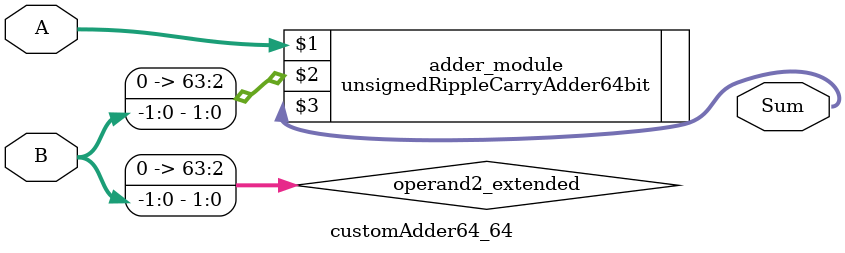
<source format=v>
module customAdder64_64(
                        input [63 : 0] A,
                        input [-1 : 0] B,
                        
                        output [64 : 0] Sum
                );

        wire [63 : 0] operand2_extended;
        
        assign operand2_extended =  {64'b0, B};
        
        unsignedRippleCarryAdder64bit adder_module(
            A,
            operand2_extended,
            Sum
        );
        
        endmodule
        
</source>
